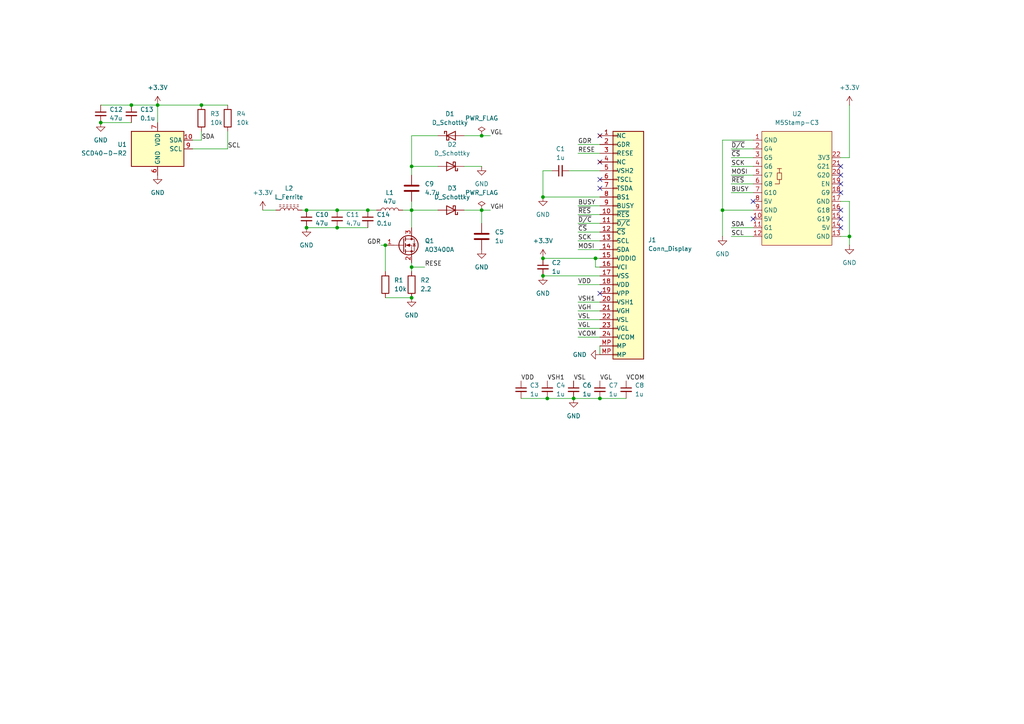
<source format=kicad_sch>
(kicad_sch (version 20250114) (generator "eeschema") (generator_version "9.0")
  (paper "A4")
  (lib_symbols
    (symbol "Connector_Generic:Conn_01x26" (pin_names (offset 1.016))
      (property "Reference" "J1" (at 8.89 0.254 0))
      (property "Value" "Conn_Display" (at 8.89 -2.286 0))
      (symbol "Conn_01x26_1_1"
        (rectangle (start -1.27 31.75) (end 7.62 -34.29) (stroke (width 0.254)) (fill (type background)))
        (rectangle (start -1.27 30.607) (end 0 30.353) (stroke (width 0.1524)))
        (rectangle (start -1.27 28.067) (end 0 27.813) (stroke (width 0.1524)))
        (rectangle (start -1.27 25.527) (end 0 25.273) (stroke (width 0.1524)))
        (rectangle (start -1.27 22.987) (end 0 22.733) (stroke (width 0.1524)))
        (rectangle (start -1.27 20.447) (end 0 20.193) (stroke (width 0.1524)))
        (rectangle (start -1.27 17.907) (end 0 17.653) (stroke (width 0.1524)))
        (rectangle (start -1.27 15.367) (end 0 15.113) (stroke (width 0.1524)))
        (rectangle (start -1.27 12.827) (end 0 12.573) (stroke (width 0.1524)))
        (rectangle (start -1.27 10.287) (end 0 10.033) (stroke (width 0.1524)))
        (rectangle (start -1.27 7.747) (end 0 7.493) (stroke (width 0.1524)))
        (rectangle (start -1.27 5.207) (end 0 4.953) (stroke (width 0.1524)))
        (rectangle (start -1.27 2.667) (end 0 2.413) (stroke (width 0.1524)))
        (rectangle (start -1.27 0.127) (end 0 -0.127) (stroke (width 0.1524)))
        (rectangle (start -1.27 -2.413) (end 0 -2.667) (stroke (width 0.1524)))
        (rectangle (start -1.27 -4.953) (end 0 -5.207) (stroke (width 0.1524)))
        (rectangle (start -1.27 -7.493) (end 0 -7.747) (stroke (width 0.1524)))
        (rectangle (start -1.27 -10.033) (end 0 -10.287) (stroke (width 0.1524)))
        (rectangle (start -1.27 -12.573) (end 0 -12.827) (stroke (width 0.1524)))
        (rectangle (start -1.27 -15.113) (end 0 -15.367) (stroke (width 0.1524)))
        (rectangle (start -1.27 -17.653) (end 0 -17.907) (stroke (width 0.1524)))
        (rectangle (start -1.27 -20.193) (end 0 -20.447) (stroke (width 0.1524)))
        (rectangle (start -1.27 -22.733) (end 0 -22.987) (stroke (width 0.1524)))
        (rectangle (start -1.27 -25.273) (end 0 -25.527) (stroke (width 0.1524)))
        (rectangle (start -1.27 -27.813) (end 0 -28.067) (stroke (width 0.1524)))
        (rectangle (start -1.27 -30.353) (end 0 -30.607) (stroke (width 0.1524)))
        (rectangle (start -1.27 -32.893) (end 0 -33.147) (stroke (width 0.1524)))
        (pin no_connect line (at -5.08 30.48 0) (length 3.81) (name "NC") (number "1"))
        (pin output line (at -5.08 27.94 0) (length 3.81) (name "GDR") (number "2"))
        (pin input line (at -5.08 25.4 0) (length 3.81) (name "RESE") (number "3"))
        (pin no_connect line (at -5.08 22.86 0) (length 3.81) (name "NC") (number "4"))
        (pin power_out line (at -5.08 20.32 0) (length 3.81) (name "VSH2") (number "5"))
        (pin output line (at -5.08 17.78 0) (length 3.81) (name "TSCL") (number "6"))
        (pin bidirectional line (at -5.08 15.24 0) (length 3.81) (name "TSDA") (number "7"))
        (pin input line (at -5.08 12.7 0) (length 3.81) (name "BS1") (number "8"))
        (pin output line (at -5.08 10.16 0) (length 3.81) (name "BUSY") (number "9"))
        (pin input line (at -5.08 7.62 0) (length 3.81) (name "~{RES}") (number "10"))
        (pin input line (at -5.08 5.08 0) (length 3.81) (name "~{D/C}") (number "11"))
        (pin input line (at -5.08 2.54 0) (length 3.81) (name "~{CS}") (number "12"))
        (pin input line (at -5.08 0 0) (length 3.81) (name "SCL") (number "13"))
        (pin bidirectional line (at -5.08 -2.54 0) (length 3.81) (name "SDA") (number "14"))
        (pin power_in line (at -5.08 -5.08 0) (length 3.81) (name "VDDIO") (number "15"))
        (pin power_in line (at -5.08 -7.62 0) (length 3.81) (name "VCI") (number "16"))
        (pin power_in line (at -5.08 -10.16 0) (length 3.81) (name "VSS") (number "17"))
        (pin power_out line (at -5.08 -12.7 0) (length 3.81) (name "VDD") (number "18"))
        (pin power_in line (at -5.08 -15.24 0) (length 3.81) (name "VPP") (number "19"))
        (pin power_out line (at -5.08 -17.78 0) (length 3.81) (name "VSH1") (number "20"))
        (pin power_in line (at -5.08 -20.32 0) (length 3.81) (name "VGH") (number "21"))
        (pin power_out line (at -5.08 -22.86 0) (length 3.81) (name "VSL") (number "22"))
        (pin power_in line (at -5.08 -25.4 0) (length 3.81) (name "VGL") (number "23"))
        (pin power_out line (at -5.08 -27.94 0) (length 3.81) (name "VCOM") (number "24"))
        (pin passive line (at -5.08 -30.48 0) (length 3.81) (name "MP") (number "MP"))
        (pin passive line (at -5.08 -33.02 0) (length 3.81) (name "MP") (number "MP"))
      )
    )
    (symbol "Device:C" (pin_numbers (hide yes)) (pin_names (offset 0.254))
      (property "Reference" "C" (at 0.635 2.54 0))
      (property "Value" "C" (at 0.635 -2.54 0))
      (symbol "C_0_1"
        (polyline (pts (xy -2.032 0.762) (xy 2.032 0.762)) (stroke (width 0.508)))
        (polyline (pts (xy -2.032 -0.762) (xy 2.032 -0.762)) (stroke (width 0.508)))
      )
      (symbol "C_1_1"
        (pin passive line (at 0 3.81 270) (length 2.794) (name "~") (number "1"))
        (pin passive line (at 0 -3.81 90) (length 2.794) (name "~") (number "2"))
      )
    )
    (symbol "Device:C_Small" (pin_numbers (hide yes)) (pin_names (offset 0.254) (hide yes))
      (property "Reference" "C" (at 0.254 1.778 0))
      (property "Value" "C_Small" (at 0.254 -2.032 0))
      (symbol "C_Small_0_1"
        (polyline (pts (xy -1.524 0.508) (xy 1.524 0.508)) (stroke (width 0.3048)))
        (polyline (pts (xy -1.524 -0.508) (xy 1.524 -0.508)) (stroke (width 0.3302)))
      )
      (symbol "C_Small_1_1"
        (pin passive line (at 0 2.54 270) (length 2.032) (name "~") (number "1"))
        (pin passive line (at 0 -2.54 90) (length 2.032) (name "~") (number "2"))
      )
    )
    (symbol "Device:D_Schottky" (pin_numbers (hide yes)) (pin_names (offset 1.016) (hide yes))
      (property "Reference" "D" (at 0 2.54 0))
      (property "Value" "D_Schottky" (at 0 -2.54 0))
      (symbol "D_Schottky_0_1"
        (polyline (pts (xy -1.905 0.635) (xy -1.905 1.27) (xy -1.27 1.27) (xy -1.27 -1.27) (xy -0.635 -1.27) (xy -0.635 -0.635)) (stroke (width 0.254)))
        (polyline (pts (xy 1.27 1.27) (xy 1.27 -1.27) (xy -1.27 0) (xy 1.27 1.27)) (stroke (width 0.254)))
        (polyline (pts (xy 1.27 0) (xy -1.27 0)))
      )
      (symbol "D_Schottky_1_1"
        (pin passive line (at -3.81 0 0) (length 2.54) (name "K") (number "1"))
        (pin passive line (at 3.81 0 180) (length 2.54) (name "A") (number "2"))
      )
    )
    (symbol "Device:L" (pin_numbers (hide yes)) (pin_names (offset 1.016) (hide yes))
      (property "Reference" "L" (at -1.27 0 90))
      (property "Value" "L" (at 1.905 0 90))
      (symbol "L_0_1"
        (arc (start 0 2.54) (mid 0.6323 1.905) (end 0 1.27))
        (arc (start 0 1.27) (mid 0.6323 0.635) (end 0 0))
        (arc (start 0 0) (mid 0.6323 -0.635) (end 0 -1.27))
        (arc (start 0 -1.27) (mid 0.6323 -1.905) (end 0 -2.54))
      )
      (symbol "L_1_1"
        (pin passive line (at 0 3.81 270) (length 1.27) (name "1") (number "1"))
        (pin passive line (at 0 -3.81 90) (length 1.27) (name "2") (number "2"))
      )
    )
    (symbol "Device:L_Ferrite" (pin_numbers (hide yes)) (pin_names (offset 1.016) (hide yes))
      (property "Reference" "L" (at -1.27 0 90))
      (property "Value" "L_Ferrite" (at 2.794 0 90))
      (symbol "L_Ferrite_0_1"
        (arc (start 0 2.54) (mid 0.6323 1.905) (end 0 1.27))
        (arc (start 0 1.27) (mid 0.6323 0.635) (end 0 0))
        (arc (start 0 0) (mid 0.6323 -0.635) (end 0 -1.27))
        (arc (start 0 -1.27) (mid 0.6323 -1.905) (end 0 -2.54))
        (polyline (pts (xy 1.016 2.286) (xy 1.016 2.794)))
        (polyline (pts (xy 1.016 1.27) (xy 1.016 1.778)))
        (polyline (pts (xy 1.016 0.254) (xy 1.016 0.762)))
        (polyline (pts (xy 1.016 -0.762) (xy 1.016 -0.254)))
        (polyline (pts (xy 1.016 -1.778) (xy 1.016 -1.27)))
        (polyline (pts (xy 1.016 -2.794) (xy 1.016 -2.286)))
        (polyline (pts (xy 1.524 2.794) (xy 1.524 2.286)))
        (polyline (pts (xy 1.524 1.778) (xy 1.524 1.27)))
        (polyline (pts (xy 1.524 0.762) (xy 1.524 0.254)))
        (polyline (pts (xy 1.524 -0.254) (xy 1.524 -0.762)))
        (polyline (pts (xy 1.524 -1.27) (xy 1.524 -1.778)))
        (polyline (pts (xy 1.524 -2.286) (xy 1.524 -2.794)))
      )
      (symbol "L_Ferrite_1_1"
        (pin passive line (at 0 3.81 270) (length 1.27) (name "1") (number "1"))
        (pin passive line (at 0 -3.81 90) (length 1.27) (name "2") (number "2"))
      )
    )
    (symbol "Device:R" (pin_numbers (hide yes)) (pin_names (offset 0))
      (property "Reference" "R" (at 2.032 0 90))
      (property "Value" "R" (at 0 0 90))
      (symbol "R_0_1"
        (rectangle (start -1.016 -2.54) (end 1.016 2.54) (stroke (width 0.254)))
      )
      (symbol "R_1_1"
        (pin passive line (at 0 3.81 270) (length 1.27) (name "~") (number "1"))
        (pin passive line (at 0 -3.81 90) (length 1.27) (name "~") (number "2"))
      )
    )
    (symbol "My_lib:M5Stamp_C3"
      (property "Reference" "U" (at 0 19.812 0))
      (property "Value" "M5Stamp-C3" (at -0.254 17.78 0))
      (symbol "M5Stamp_C3_0_1"
        (polyline (pts (xy -6.35 0) (xy -5.08 0) (xy -5.08 1.27)))
        (polyline (pts (xy -5.715 4.445) (xy -4.445 4.445)))
        (polyline (pts (xy -5.715 1.27) (xy -4.445 1.27) (xy -4.445 3.175) (xy -5.715 3.175) (xy -5.715 1.27)))
        (polyline (pts (xy -5.08 3.175) (xy -5.08 4.445)))
      )
      (symbol "M5Stamp_C3_1_1"
        (rectangle (start -10.16 15.24) (end 10.16 -17.78) (fill (type background)))
        (pin power_out line (at -12.7 12.7 0) (length 2.54) (name "GND") (number "1"))
        (pin bidirectional line (at -12.7 10.16 0) (length 2.54) (name "G4") (number "2"))
        (pin bidirectional line (at -12.7 7.62 0) (length 2.54) (name "G5") (number "3"))
        (pin bidirectional line (at -12.7 5.08 0) (length 2.54) (name "G6") (number "4"))
        (pin bidirectional line (at -12.7 2.54 0) (length 2.54) (name "G7") (number "5"))
        (pin bidirectional line (at -12.7 0 0) (length 2.54) (name "G8") (number "6"))
        (pin bidirectional line (at -12.7 -2.54 0) (length 2.54) (name "G10") (number "7"))
        (pin power_out line (at -12.7 -5.08 0) (length 2.54) (name "5V") (number "8"))
        (pin power_in line (at -12.7 -7.62 0) (length 2.54) (name "GND") (number "9"))
        (pin power_in line (at -12.7 -10.16 0) (length 2.54) (name "5V") (number "10"))
        (pin bidirectional line (at -12.7 -12.7 0) (length 2.54) (name "G1") (number "11"))
        (pin bidirectional line (at -12.7 -15.24 0) (length 2.54) (name "G0") (number "12"))
        (pin power_out line (at 12.7 7.62 180) (length 2.54) (name "3V3") (number "22"))
        (pin bidirectional line (at 12.7 5.08 180) (length 2.54) (name "G21") (number "21"))
        (pin bidirectional line (at 12.7 2.54 180) (length 2.54) (name "G20") (number "20"))
        (pin input line (at 12.7 0 180) (length 2.54) (name "EN") (number "19"))
        (pin bidirectional line (at 12.7 -2.54 180) (length 2.54) (name "G9") (number "18"))
        (pin power_in line (at 12.7 -5.08 180) (length 2.54) (name "GND") (number "17"))
        (pin bidirectional line (at 12.7 -7.62 180) (length 2.54) (name "G18") (number "16"))
        (pin bidirectional line (at 12.7 -10.16 180) (length 2.54) (name "G19") (number "15"))
        (pin power_in line (at 12.7 -12.7 180) (length 2.54) (name "5V") (number "14"))
        (pin power_in line (at 12.7 -15.24 180) (length 2.54) (name "GND") (number "13"))
      )
    )
    (symbol "Sensor_Gas:SCD40-D-R2"
      (property "Reference" "U" (at -7.62 6.35 0))
      (property "Value" "SCD40-D-R2" (at 6.985 6.35 0))
      (symbol "SCD40-D-R2_0_1"
        (rectangle (start 7.62 5.08) (end -7.62 -5.08) (stroke (width 0.254)) (fill (type background)))
      )
      (symbol "SCD40-D-R2_1_1"
        (pin passive line (at 0 7.62 270) (length 2.54) (hide yes) (name "VDD") (number "19"))
        (pin power_in line (at 0 7.62 270) (length 2.54) (name "VDD") (number "7"))
        (pin passive line (at 0 -7.62 90) (length 2.54) (hide yes) (name "GND") (number "20"))
        (pin passive line (at 0 -7.62 90) (length 2.54) (hide yes) (name "GND") (number "21"))
        (pin power_in line (at 0 -7.62 90) (length 2.54) (name "GND") (number "6"))
        (pin bidirectional line (at 10.16 2.54 180) (length 2.54) (name "SDA") (number "10"))
        (pin input line (at 10.16 0 180) (length 2.54) (name "SCL") (number "9"))
      )
    )
    (symbol "Transistor_FET:AO3400A" (pin_names (offset 0) (hide yes))
      (property "Reference" "Q" (at 5.08 1.905 0))
      (property "Value" "AO3400A" (at 5.08 0 0))
      (symbol "AO3400A_0_1"
        (polyline (pts (xy 0.254 1.905) (xy 0.254 -1.905)) (stroke (width 0.254)))
        (polyline (pts (xy 0.254 0) (xy -2.54 0)))
        (polyline (pts (xy 0.762 2.286) (xy 0.762 1.27)) (stroke (width 0.254)))
        (polyline (pts (xy 0.762 0.508) (xy 0.762 -0.508)) (stroke (width 0.254)))
        (polyline (pts (xy 0.762 -1.27) (xy 0.762 -2.286)) (stroke (width 0.254)))
        (polyline (pts (xy 0.762 -1.778) (xy 3.302 -1.778) (xy 3.302 1.778) (xy 0.762 1.778)))
        (polyline (pts (xy 1.016 0) (xy 2.032 0.381) (xy 2.032 -0.381) (xy 1.016 0)) (fill (type outline)))
        (circle (center 1.651 0) (radius 2.794) (stroke (width 0.254)))
        (polyline (pts (xy 2.54 2.54) (xy 2.54 1.778)))
        (circle (center 2.54 1.778) (radius 0.254) (fill (type outline)))
        (circle (center 2.54 -1.778) (radius 0.254) (fill (type outline)))
        (polyline (pts (xy 2.54 -2.54) (xy 2.54 0) (xy 0.762 0)))
        (polyline (pts (xy 2.921 0.381) (xy 3.683 0.381)))
        (polyline (pts (xy 3.302 0.381) (xy 2.921 -0.254) (xy 3.683 -0.254) (xy 3.302 0.381)))
      )
      (symbol "AO3400A_1_1"
        (pin input line (at -5.08 0 0) (length 2.54) (name "G") (number "1"))
        (pin passive line (at 2.54 5.08 270) (length 2.54) (name "D") (number "3"))
        (pin passive line (at 2.54 -5.08 90) (length 2.54) (name "S") (number "2"))
      )
    )
    (symbol "power:+3.3V" (power) (pin_numbers (hide yes)) (pin_names (offset 0) (hide yes))
      (property "Value" "+3.3V" (at 0 3.556 0))
      (symbol "+3.3V_0_1"
        (polyline (pts (xy -0.762 1.27) (xy 0 2.54)))
        (polyline (pts (xy 0 2.54) (xy 0.762 1.27)))
        (polyline (pts (xy 0 0) (xy 0 2.54)))
      )
      (symbol "+3.3V_1_1"
        (pin power_in line (at 0 0 90) (length 0) (name "~") (number "1"))
      )
    )
    (symbol "power:GND" (power) (pin_numbers (hide yes)) (pin_names (offset 0) (hide yes))
      (property "Value" "GND" (at 0 -3.81 0))
      (symbol "GND_0_1"
        (polyline (pts (xy 0 0) (xy 0 -1.27) (xy 1.27 -1.27) (xy 0 -2.54) (xy -1.27 -1.27) (xy 0 -1.27)))
      )
      (symbol "GND_1_1"
        (pin power_in line (at 0 0 270) (length 0) (name "~") (number "1"))
      )
    )
    (symbol "power:PWR_FLAG" (power) (pin_numbers (hide yes)) (pin_names (offset 0) (hide yes))
      (property "Value" "PWR_FLAG" (at 0 3.81 0))
      (symbol "PWR_FLAG_0_0"
        (pin power_out line (at 0 0 90) (length 0) (name "~") (number "1"))
      )
      (symbol "PWR_FLAG_0_1"
        (polyline (pts (xy 0 0) (xy 0 1.27) (xy -1.016 1.905) (xy 0 2.54) (xy 1.016 1.905) (xy 0 1.27)))
      )
    )
  )
  (junction (at 209.55 60.96))
  (junction (at 97.79 60.96))
  (junction (at 119.38 86.36))
  (junction (at 97.79 66.04))
  (junction (at 166.37 115.57))
  (junction (at 173.99 115.57))
  (junction (at 111.76 71.12))
  (junction (at 157.48 57.15))
  (junction (at 172.72 74.93))
  (junction (at 119.38 48.26))
  (junction (at 139.7 39.37))
  (junction (at 246.38 68.58))
  (junction (at 158.75 115.57))
  (junction (at 157.48 80.01))
  (junction (at 29.21 35.56))
  (junction (at 58.42 30.48))
  (junction (at 139.7 60.96))
  (junction (at 88.9 66.04))
  (junction (at 88.9 60.96))
  (junction (at 45.72 30.48))
  (junction (at 119.38 77.47))
  (junction (at 106.68 60.96))
  (junction (at 38.1 30.48))
  (junction (at 157.48 74.93))
  (junction (at 119.38 60.96))
  (no_connect (at 243.84 53.34))
  (no_connect (at 173.99 52.07))
  (no_connect (at 243.84 48.26))
  (no_connect (at 218.44 63.5))
  (no_connect (at 173.99 46.99))
  (no_connect (at 218.44 58.42))
  (no_connect (at 243.84 66.04))
  (no_connect (at 243.84 55.88))
  (no_connect (at 173.99 54.61))
  (no_connect (at 173.99 85.09))
  (no_connect (at 243.84 50.8))
  (no_connect (at 243.84 63.5))
  (no_connect (at 243.84 60.96))
  (no_connect (at 173.99 39.37))
  (wire (pts (xy 139.7 39.37) (xy 134.62 39.37)))
  (wire (pts (xy 157.48 49.53) (xy 157.48 57.15)))
  (wire (pts (xy 173.99 100.33) (xy 173.99 102.87)))
  (wire (pts (xy 127 48.26) (xy 119.38 48.26)))
  (wire (pts (xy 167.64 95.25) (xy 173.99 95.25)))
  (wire (pts (xy 66.04 38.1) (xy 66.04 43.18)))
  (wire (pts (xy 134.62 60.96) (xy 139.7 60.96)))
  (wire (pts (xy 142.24 39.37) (xy 139.7 39.37)))
  (wire (pts (xy 45.72 35.56) (xy 45.72 30.48)))
  (wire (pts (xy 212.09 50.8) (xy 218.44 50.8)))
  (wire (pts (xy 246.38 58.42) (xy 246.38 68.58)))
  (wire (pts (xy 167.64 72.39) (xy 173.99 72.39)))
  (wire (pts (xy 119.38 60.96) (xy 119.38 66.04)))
  (wire (pts (xy 212.09 53.34) (xy 218.44 53.34)))
  (wire (pts (xy 29.21 30.48) (xy 38.1 30.48)))
  (wire (pts (xy 157.48 74.93) (xy 172.72 74.93)))
  (wire (pts (xy 167.64 62.23) (xy 173.99 62.23)))
  (wire (pts (xy 246.38 30.48) (xy 246.38 45.72)))
  (wire (pts (xy 212.09 68.58) (xy 218.44 68.58)))
  (wire (pts (xy 134.62 48.26) (xy 139.7 48.26)))
  (wire (pts (xy 209.55 60.96) (xy 218.44 60.96)))
  (wire (pts (xy 110.49 71.12) (xy 111.76 71.12)))
  (wire (pts (xy 139.7 60.96) (xy 139.7 64.77)))
  (wire (pts (xy 167.64 67.31) (xy 173.99 67.31)))
  (wire (pts (xy 167.64 97.79) (xy 173.99 97.79)))
  (wire (pts (xy 172.72 74.93) (xy 173.99 74.93)))
  (wire (pts (xy 209.55 40.64) (xy 209.55 60.96)))
  (wire (pts (xy 157.48 57.15) (xy 173.99 57.15)))
  (wire (pts (xy 45.72 30.48) (xy 58.42 30.48)))
  (wire (pts (xy 167.64 69.85) (xy 173.99 69.85)))
  (wire (pts (xy 76.2 60.96) (xy 80.01 60.96)))
  (wire (pts (xy 139.7 60.96) (xy 142.24 60.96)))
  (wire (pts (xy 119.38 39.37) (xy 119.38 48.26)))
  (wire (pts (xy 119.38 76.2) (xy 119.38 77.47)))
  (wire (pts (xy 160.02 49.53) (xy 157.48 49.53)))
  (wire (pts (xy 119.38 48.26) (xy 119.38 50.8)))
  (wire (pts (xy 116.84 60.96) (xy 119.38 60.96)))
  (wire (pts (xy 97.79 66.04) (xy 106.68 66.04)))
  (wire (pts (xy 212.09 66.04) (xy 218.44 66.04)))
  (wire (pts (xy 167.64 59.69) (xy 173.99 59.69)))
  (wire (pts (xy 212.09 55.88) (xy 218.44 55.88)))
  (wire (pts (xy 158.75 115.57) (xy 151.13 115.57)))
  (wire (pts (xy 58.42 40.64) (xy 55.88 40.64)))
  (wire (pts (xy 243.84 58.42) (xy 246.38 58.42)))
  (wire (pts (xy 167.64 44.45) (xy 173.99 44.45)))
  (wire (pts (xy 119.38 77.47) (xy 123.19 77.47)))
  (wire (pts (xy 209.55 68.58) (xy 209.55 60.96)))
  (wire (pts (xy 167.64 90.17) (xy 173.99 90.17)))
  (wire (pts (xy 111.76 71.12) (xy 111.76 78.74)))
  (wire (pts (xy 212.09 48.26) (xy 218.44 48.26)))
  (wire (pts (xy 119.38 60.96) (xy 127 60.96)))
  (wire (pts (xy 167.64 87.63) (xy 173.99 87.63)))
  (wire (pts (xy 243.84 68.58) (xy 246.38 68.58)))
  (wire (pts (xy 58.42 38.1) (xy 58.42 40.64)))
  (wire (pts (xy 29.21 35.56) (xy 38.1 35.56)))
  (wire (pts (xy 157.48 80.01) (xy 173.99 80.01)))
  (wire (pts (xy 246.38 68.58) (xy 246.38 71.12)))
  (wire (pts (xy 88.9 60.96) (xy 97.79 60.96)))
  (wire (pts (xy 119.38 77.47) (xy 119.38 78.74)))
  (wire (pts (xy 246.38 45.72) (xy 243.84 45.72)))
  (wire (pts (xy 38.1 30.48) (xy 45.72 30.48)))
  (wire (pts (xy 106.68 60.96) (xy 109.22 60.96)))
  (wire (pts (xy 97.79 60.96) (xy 106.68 60.96)))
  (wire (pts (xy 88.9 66.04) (xy 97.79 66.04)))
  (wire (pts (xy 172.72 77.47) (xy 172.72 74.93)))
  (wire (pts (xy 87.63 60.96) (xy 88.9 60.96)))
  (wire (pts (xy 167.64 82.55) (xy 173.99 82.55)))
  (wire (pts (xy 212.09 45.72) (xy 218.44 45.72)))
  (wire (pts (xy 167.64 41.91) (xy 173.99 41.91)))
  (wire (pts (xy 167.64 92.71) (xy 173.99 92.71)))
  (wire (pts (xy 165.1 49.53) (xy 173.99 49.53)))
  (wire (pts (xy 66.04 43.18) (xy 55.88 43.18)))
  (wire (pts (xy 173.99 77.47) (xy 172.72 77.47)))
  (wire (pts (xy 212.09 43.18) (xy 218.44 43.18)))
  (wire (pts (xy 58.42 30.48) (xy 66.04 30.48)))
  (wire (pts (xy 119.38 58.42) (xy 119.38 60.96)))
  (wire (pts (xy 166.37 115.57) (xy 173.99 115.57)))
  (wire (pts (xy 173.99 115.57) (xy 181.61 115.57)))
  (wire (pts (xy 158.75 115.57) (xy 166.37 115.57)))
  (wire (pts (xy 111.76 86.36) (xy 119.38 86.36)))
  (wire (pts (xy 218.44 40.64) (xy 209.55 40.64)))
  (wire (pts (xy 127 39.37) (xy 119.38 39.37)))
  (wire (pts (xy 167.64 64.77) (xy 173.99 64.77)))
  (label "MOSI" (at 167.64 72.39 0))
  (label "SDA" (at 212.09 66.04 0))
  (label "SCL" (at 212.09 68.58 0))
  (label "SCK" (at 167.64 69.85 0))
  (label "BUSY" (at 167.64 59.69 0))
  (label "VSH1" (at 167.64 87.63 0))
  (label "SCK" (at 212.09 48.26 0))
  (label "VCOM" (at 167.64 97.79 0))
  (label "GDR" (at 110.49 71.12 180))
  (label "VCOM" (at 181.61 110.49 0))
  (label "VGH" (at 142.24 60.96 0))
  (label "VDD" (at 151.13 110.49 0))
  (label "~{RES}" (at 212.09 53.34 0))
  (label "VSH1" (at 158.75 110.49 0))
  (label "VGL" (at 142.24 39.37 0))
  (label "RESE" (at 167.64 44.45 0))
  (label "SCL" (at 66.04 43.18 0))
  (label "SDA" (at 58.42 40.64 0))
  (label "~{CS}" (at 167.64 67.31 0))
  (label "VGH" (at 167.64 90.17 0))
  (label "VSL" (at 167.64 92.71 0))
  (label "BUSY" (at 212.09 55.88 0))
  (label "VGL" (at 167.64 95.25 0))
  (label "~{D{slash}C}" (at 167.64 64.77 0))
  (label "GDR" (at 167.64 41.91 0))
  (label "~{CS}" (at 212.09 45.72 0))
  (label "MOSI" (at 212.09 50.8 0))
  (label "~{D{slash}C}" (at 212.09 43.18 0))
  (label "~{RES}" (at 167.64 62.23 0))
  (label "VSL" (at 166.37 110.49 0))
  (label "RESE" (at 123.19 77.47 0))
  (label "VGL" (at 173.99 110.49 0))
  (label "VDD" (at 167.64 82.55 0))
  (symbol (lib_id "power:GND") (at 88.9 66.04 0) (unit 1)
    (property "Reference" "#PWR06" (effects (hide yes)))
    (property "Value" "GND" (at 88.9 71.12 0))
    (property "Description" "Power symbol creates a global label with name \"GND\" , ground" (effects (hide yes)))
  )
  (symbol (lib_id "Device:C_Small") (at 106.68 63.5 0) (unit 1)
    (property "Reference" "C14" (at 109.22 62.2362 0) (effects (justify left)))
    (property "Value" "0.1u" (at 109.22 64.7762 0) (effects (justify left)))
    (property "Footprint" "Capacitor_SMD:C_0603_1608Metric_Pad1.08x0.95mm_HandSolder" (effects (hide yes)))
    (property "Description" "Unpolarized capacitor, small symbol" (effects (hide yes)))
  )
  (symbol (lib_id "Device:C_Small") (at 97.79 63.5 0) (unit 1)
    (property "Reference" "C11" (at 100.33 62.2362 0) (effects (justify left)))
    (property "Value" "4.7u" (at 100.33 64.7762 0) (effects (justify left)))
    (property "Footprint" "Capacitor_SMD:C_0805_2012Metric_Pad1.18x1.45mm_HandSolder" (effects (hide yes)))
    (property "Description" "Unpolarized capacitor, small symbol" (effects (hide yes)))
  )
  (symbol (lib_id "Device:C_Small") (at 166.37 113.03 0) (unit 1)
    (property "Reference" "C6" (at 168.91 111.7662 0) (effects (justify left)))
    (property "Value" "1u" (at 168.91 114.3062 0) (effects (justify left)))
    (property "Footprint" "Capacitor_SMD:C_0603_1608Metric_Pad1.08x0.95mm_HandSolder" (effects (hide yes)))
    (property "Description" "Unpolarized capacitor, small symbol" (effects (hide yes)))
  )
  (symbol (lib_id "Device:R") (at 119.38 82.55 0) (unit 1)
    (property "Reference" "R2" (at 121.92 81.2799 0) (effects (justify left)))
    (property "Value" "2.2" (at 121.92 83.8199 0) (effects (justify left)))
    (property "Footprint" "Resistor_SMD:R_0603_1608Metric_Pad0.98x0.95mm_HandSolder" (effects (hide yes)))
    (property "Description" "Resistor" (effects (hide yes)))
  )
  (symbol (lib_id "power:GND") (at 173.99 102.87 270) (unit 1)
    (property "Reference" "#PWR012" (effects (hide yes)))
    (property "Value" "GND" (at 170.18 102.8699 90) (effects (justify right)))
    (property "Description" "Power symbol creates a global label with name \"GND\" , ground" (effects (hide yes)))
  )
  (symbol (lib_id "Device:C") (at 119.38 54.61 0) (unit 1)
    (property "Reference" "C9" (at 123.19 53.3399 0) (effects (justify left)))
    (property "Value" "4.7u" (at 123.19 55.8799 0) (effects (justify left)))
    (property "Footprint" "Capacitor_SMD:C_0805_2012Metric_Pad1.18x1.45mm_HandSolder" (effects (hide yes)))
    (property "Description" "Unpolarized capacitor" (effects (hide yes)))
  )
  (symbol (lib_id "power:+3.3V") (at 45.72 30.48 0) (unit 1)
    (property "Reference" "#PWR010" (effects (hide yes)))
    (property "Value" "+3.3V" (at 45.72 25.4 0))
    (property "Description" "Power symbol creates a global label with name \"+3.3V\"" (effects (hide yes)))
  )
  (symbol (lib_id "Device:R") (at 111.76 82.55 0) (unit 1)
    (property "Reference" "R1" (at 114.3 81.2799 0) (effects (justify left)))
    (property "Value" "10k" (at 114.3 83.8199 0) (effects (justify left)))
    (property "Footprint" "Resistor_SMD:R_0603_1608Metric_Pad0.98x0.95mm_HandSolder" (effects (hide yes)))
    (property "Description" "Resistor" (effects (hide yes)))
  )
  (symbol (lib_id "power:GND") (at 119.38 86.36 0) (unit 1)
    (property "Reference" "#PWR08" (effects (hide yes)))
    (property "Value" "GND" (at 119.38 91.44 0))
    (property "Description" "Power symbol creates a global label with name \"GND\" , ground" (effects (hide yes)))
  )
  (symbol (lib_id "Device:R") (at 66.04 34.29 0) (unit 1)
    (property "Reference" "R4" (at 68.58 33.0199 0) (effects (justify left)))
    (property "Value" "10k" (at 68.58 35.5599 0) (effects (justify left)))
    (property "Footprint" "Resistor_SMD:R_0603_1608Metric_Pad0.98x0.95mm_HandSolder" (effects (hide yes)))
    (property "Description" "Resistor" (effects (hide yes)))
  )
  (symbol (lib_id "Device:C_Small") (at 162.56 49.53 90) (unit 1)
    (property "Reference" "C1" (at 162.5663 43.18 90))
    (property "Value" "1u" (at 162.5663 45.72 90))
    (property "Footprint" "Capacitor_SMD:C_0603_1608Metric_Pad1.08x0.95mm_HandSolder" (effects (hide yes)))
    (property "Description" "Unpolarized capacitor, small symbol" (effects (hide yes)))
  )
  (symbol (lib_id "Device:C_Small") (at 173.99 113.03 0) (unit 1)
    (property "Reference" "C7" (at 176.53 111.7662 0) (effects (justify left)))
    (property "Value" "1u" (at 176.53 114.3062 0) (effects (justify left)))
    (property "Footprint" "Capacitor_SMD:C_0603_1608Metric_Pad1.08x0.95mm_HandSolder" (effects (hide yes)))
    (property "Description" "Unpolarized capacitor, small symbol" (effects (hide yes)))
  )
  (symbol (lib_id "Connector_Generic:Conn_01x26") (at 179.07 69.85 0) (unit 1)
    (property "Reference" "J1" (at 187.96 69.596 0) (effects (justify left)))
    (property "Value" "Conn_Display" (at 187.96 72.136 0) (effects (justify left)))
    (property "Footprint" "Connector_FFC-FPC:Jushuo_AFC07-S24FCA-00_1x24-1MP_P0.50_Horizontal" (effects (hide yes)))
    (property "Description" "Generic connector, single row, 01x26, script generated (kicad-library-utils/schlib/autogen/connector/)" (effects (hide yes)))
  )
  (symbol (lib_id "power:GND") (at 139.7 72.39 0) (unit 1)
    (property "Reference" "#PWR09" (effects (hide yes)))
    (property "Value" "GND" (at 139.7 77.47 0))
    (property "Description" "Power symbol creates a global label with name \"GND\" , ground" (effects (hide yes)))
  )
  (symbol (lib_id "power:GND") (at 139.7 48.26 0) (unit 1)
    (property "Reference" "#PWR05" (effects (hide yes)))
    (property "Value" "GND" (at 139.7 53.34 0))
    (property "Description" "Power symbol creates a global label with name \"GND\" , ground" (effects (hide yes)))
  )
  (symbol (lib_id "Device:D_Schottky") (at 130.81 39.37 0) (unit 1)
    (property "Reference" "D1" (at 130.4925 33.02 0))
    (property "Value" "D_Schottky" (at 130.4925 35.56 0))
    (property "Footprint" "Diode_SMD:D_SMA" (effects (hide yes)))
    (property "Description" "Schottky diode" (effects (hide yes)))
  )
  (symbol (lib_id "power:GND") (at 29.21 35.56 0) (unit 1)
    (property "Reference" "#PWR013" (effects (hide yes)))
    (property "Value" "GND" (at 29.21 40.64 0))
    (property "Description" "Power symbol creates a global label with name \"GND\" , ground" (effects (hide yes)))
  )
  (symbol (lib_id "power:GND") (at 166.37 115.57 0) (unit 1)
    (property "Reference" "#PWR03" (effects (hide yes)))
    (property "Value" "GND" (at 166.37 120.65 0))
    (property "Description" "Power symbol creates a global label with name \"GND\" , ground" (effects (hide yes)))
  )
  (symbol (lib_id "Device:C_Small") (at 158.75 113.03 0) (unit 1)
    (property "Reference" "C4" (at 161.29 111.7662 0) (effects (justify left)))
    (property "Value" "1u" (at 161.29 114.3062 0) (effects (justify left)))
    (property "Footprint" "Capacitor_SMD:C_0603_1608Metric_Pad1.08x0.95mm_HandSolder" (effects (hide yes)))
    (property "Description" "Unpolarized capacitor, small symbol" (effects (hide yes)))
  )
  (symbol (lib_id "Device:D_Schottky") (at 130.81 48.26 180) (unit 1)
    (property "Reference" "D2" (at 131.1275 41.91 0))
    (property "Value" "D_Schottky" (at 131.1275 44.45 0))
    (property "Footprint" "Diode_SMD:D_SMA" (effects (hide yes)))
    (property "Description" "Schottky diode" (effects (hide yes)))
  )
  (symbol (lib_id "power:GND") (at 157.48 57.15 0) (unit 1)
    (property "Reference" "#PWR01" (effects (hide yes)))
    (property "Value" "GND" (at 157.48 62.23 0))
    (property "Description" "Power symbol creates a global label with name \"GND\" , ground" (effects (hide yes)))
  )
  (symbol (lib_id "Device:C_Small") (at 181.61 113.03 0) (unit 1)
    (property "Reference" "C8" (at 184.15 111.7662 0) (effects (justify left)))
    (property "Value" "1u" (at 184.15 114.3062 0) (effects (justify left)))
    (property "Footprint" "Capacitor_SMD:C_0603_1608Metric_Pad1.08x0.95mm_HandSolder" (effects (hide yes)))
    (property "Description" "Unpolarized capacitor, small symbol" (effects (hide yes)))
  )
  (symbol (lib_id "power:GND") (at 246.38 71.12 0) (unit 1)
    (property "Reference" "#PWR015" (effects (hide yes)))
    (property "Value" "GND" (at 246.38 76.2 0))
    (property "Description" "Power symbol creates a global label with name \"GND\" , ground" (effects (hide yes)))
  )
  (symbol (lib_id "Transistor_FET:AO3400A") (at 116.84 71.12 0) (unit 1)
    (property "Reference" "Q1" (at 123.19 69.8499 0) (effects (justify left)))
    (property "Value" "AO3400A" (at 123.19 72.3899 0) (effects (justify left)))
    (property "Footprint" "Package_TO_SOT_SMD:SOT-23_Handsoldering" (effects (hide yes)))
    (property "Datasheet" "http://www.aosmd.com/pdfs/datasheet/AO3400A.pdf" (effects (hide yes)))
    (property "Description" "30V Vds, 5.7A Id, N-Channel MOSFET, SOT-23" (effects (hide yes)))
  )
  (symbol (lib_id "Device:L_Ferrite") (at 83.82 60.96 90) (unit 1)
    (property "Reference" "L2" (at 83.82 54.61 90))
    (property "Value" "L_Ferrite" (at 83.82 57.15 90))
    (property "Footprint" "Inductor_SMD:L_0603_1608Metric_Pad1.05x0.95mm_HandSolder" (effects (hide yes)))
    (property "Description" "Inductor with ferrite core" (effects (hide yes)))
  )
  (symbol (lib_id "power:+3.3V") (at 157.48 74.93 0) (unit 1)
    (property "Reference" "#PWR02" (effects (hide yes)))
    (property "Value" "+3.3V" (at 157.48 69.85 0))
    (property "Description" "Power symbol creates a global label with name \"+3.3V\"" (effects (hide yes)))
  )
  (symbol (lib_id "power:GND") (at 45.72 50.8 0) (unit 1)
    (property "Reference" "#PWR011" (effects (hide yes)))
    (property "Value" "GND" (at 45.72 55.88 0))
    (property "Description" "Power symbol creates a global label with name \"GND\" , ground" (effects (hide yes)))
  )
  (symbol (lib_id "Device:L") (at 113.03 60.96 90) (unit 1)
    (property "Reference" "L1" (at 113.03 55.88 90))
    (property "Value" "47u" (at 113.03 58.42 90))
    (property "Footprint" "Inductor_SMD:L_10.4x10.4_H4.8" (effects (hide yes)))
    (property "Description" "Inductor" (effects (hide yes)))
  )
  (symbol (lib_id "Device:R") (at 58.42 34.29 0) (unit 1)
    (property "Reference" "R3" (at 60.96 33.0199 0) (effects (justify left)))
    (property "Value" "10k" (at 60.96 35.5599 0) (effects (justify left)))
    (property "Footprint" "Resistor_SMD:R_0603_1608Metric_Pad0.98x0.95mm_HandSolder" (effects (hide yes)))
    (property "Description" "Resistor" (effects (hide yes)))
  )
  (symbol (lib_id "Device:C_Small") (at 157.48 77.47 0) (unit 1)
    (property "Reference" "C2" (at 160.02 76.2062 0) (effects (justify left)))
    (property "Value" "1u" (at 160.02 78.7462 0) (effects (justify left)))
    (property "Footprint" "Capacitor_SMD:C_0603_1608Metric_Pad1.08x0.95mm_HandSolder" (effects (hide yes)))
    (property "Description" "Unpolarized capacitor, small symbol" (effects (hide yes)))
  )
  (symbol (lib_id "Sensor_Gas:SCD40-D-R2") (at 45.72 43.18 0) (unit 1)
    (property "Reference" "U1" (at 36.83 41.9099 0) (effects (justify right)))
    (property "Value" "SCD40-D-R2" (at 36.83 44.4499 0) (effects (justify right)))
    (property "Footprint" "Sensor:Sensirion_SCD4x-1EP_10.1x10.1mm_P1.25mm_EP4.8x4.8mm" (effects (hide yes)))
    (property "Datasheet" "https://sensirion.com/media/documents/E0F04247/631EF271/CD_DS_SCD40_SCD41_Datasheet_D1.pdf" (effects (hide yes)))
    (property "Description" "Photoacoustic CO2 sensor, 40 000 ppm, I2C, 2.4-5.5 V, Base accuracy  400 - 2000 ppm" (effects (hide yes)))
  )
  (symbol (lib_id "power:PWR_FLAG") (at 139.7 60.96 0) (unit 1)
    (property "Reference" "#FLG01" (effects (hide yes)))
    (property "Value" "PWR_FLAG" (at 139.7 55.88 0))
    (property "Description" "Special symbol for telling ERC where power comes from" (effects (hide yes)))
  )
  (symbol (lib_id "power:GND") (at 209.55 68.58 0) (unit 1)
    (property "Reference" "#PWR016" (effects (hide yes)))
    (property "Value" "GND" (at 209.55 73.66 0))
    (property "Description" "Power symbol creates a global label with name \"GND\" , ground" (effects (hide yes)))
  )
  (symbol (lib_id "power:+3.3V") (at 76.2 60.96 0) (unit 1)
    (property "Reference" "#PWR07" (effects (hide yes)))
    (property "Value" "+3.3V" (at 76.2 55.88 0))
    (property "Description" "Power symbol creates a global label with name \"+3.3V\"" (effects (hide yes)))
  )
  (symbol (lib_id "My_lib:M5Stamp_C3") (at 231.14 53.34 0) (unit 1)
    (property "Reference" "U2" (at 231.14 33.02 0))
    (property "Value" "M5Stamp-C3" (at 231.14 35.56 0))
    (property "Footprint" "My_lib:M5Stamp_C3" (effects (hide yes)))
  )
  (symbol (lib_id "power:PWR_FLAG") (at 139.7 39.37 0) (unit 1)
    (property "Reference" "#FLG02" (effects (hide yes)))
    (property "Value" "PWR_FLAG" (at 139.7 34.29 0))
    (property "Description" "Special symbol for telling ERC where power comes from" (effects (hide yes)))
  )
  (symbol (lib_id "Device:C_Small") (at 151.13 113.03 0) (unit 1)
    (property "Reference" "C3" (at 153.67 111.7662 0) (effects (justify left)))
    (property "Value" "1u" (at 153.67 114.3062 0) (effects (justify left)))
    (property "Footprint" "Capacitor_SMD:C_0603_1608Metric_Pad1.08x0.95mm_HandSolder" (effects (hide yes)))
    (property "Description" "Unpolarized capacitor, small symbol" (effects (hide yes)))
  )
  (symbol (lib_id "power:GND") (at 157.48 80.01 0) (unit 1)
    (property "Reference" "#PWR04" (effects (hide yes)))
    (property "Value" "GND" (at 157.48 85.09 0))
    (property "Description" "Power symbol creates a global label with name \"GND\" , ground" (effects (hide yes)))
  )
  (symbol (lib_id "Device:C") (at 139.7 68.58 0) (unit 1)
    (property "Reference" "C5" (at 143.51 67.3099 0) (effects (justify left)))
    (property "Value" "1u" (at 143.51 69.8499 0) (effects (justify left)))
    (property "Footprint" "Capacitor_SMD:C_0603_1608Metric_Pad1.08x0.95mm_HandSolder" (effects (hide yes)))
    (property "Description" "Unpolarized capacitor" (effects (hide yes)))
  )
  (symbol (lib_id "Device:C_Small") (at 29.21 33.02 0) (unit 1)
    (property "Reference" "C12" (at 31.75 31.7562 0) (effects (justify left)))
    (property "Value" "47u" (at 31.75 34.2962 0) (effects (justify left)))
    (property "Footprint" "Capacitor_SMD:C_0805_2012Metric_Pad1.18x1.45mm_HandSolder" (effects (hide yes)))
    (property "Description" "Unpolarized capacitor, small symbol" (effects (hide yes)))
  )
  (symbol (lib_id "Device:C_Small") (at 88.9 63.5 0) (unit 1)
    (property "Reference" "C10" (at 91.44 62.2362 0) (effects (justify left)))
    (property "Value" "47u" (at 91.44 64.7762 0) (effects (justify left)))
    (property "Footprint" "Capacitor_SMD:C_0805_2012Metric_Pad1.18x1.45mm_HandSolder" (effects (hide yes)))
    (property "Description" "Unpolarized capacitor, small symbol" (effects (hide yes)))
  )
  (symbol (lib_id "power:+3.3V") (at 246.38 30.48 0) (unit 1)
    (property "Reference" "#PWR014" (effects (hide yes)))
    (property "Value" "+3.3V" (at 246.38 25.4 0))
    (property "Description" "Power symbol creates a global label with name \"+3.3V\"" (effects (hide yes)))
  )
  (symbol (lib_id "Device:C_Small") (at 38.1 33.02 0) (unit 1)
    (property "Reference" "C13" (at 40.64 31.7562 0) (effects (justify left)))
    (property "Value" "0.1u" (at 40.64 34.2962 0) (effects (justify left)))
    (property "Footprint" "Capacitor_SMD:C_0603_1608Metric_Pad1.08x0.95mm_HandSolder" (effects (hide yes)))
    (property "Description" "Unpolarized capacitor, small symbol" (effects (hide yes)))
  )
  (symbol (lib_id "Device:D_Schottky") (at 130.81 60.96 180) (unit 1)
    (property "Reference" "D3" (at 131.1275 54.61 0))
    (property "Value" "D_Schottky" (at 131.1275 57.15 0))
    (property "Footprint" "Diode_SMD:D_SMA" (effects (hide yes)))
    (property "Description" "Schottky diode" (effects (hide yes)))
  )
)
</source>
